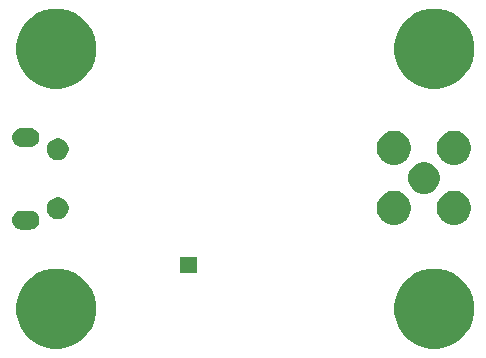
<source format=gbs>
G04 #@! TF.GenerationSoftware,KiCad,Pcbnew,(5.0.0)*
G04 #@! TF.CreationDate,2019-01-10T03:08:01-03:00*
G04 #@! TF.ProjectId,EstacionTerrena,4573746163696F6E54657272656E612E,rev?*
G04 #@! TF.SameCoordinates,Original*
G04 #@! TF.FileFunction,Soldermask,Bot*
G04 #@! TF.FilePolarity,Negative*
%FSLAX46Y46*%
G04 Gerber Fmt 4.6, Leading zero omitted, Abs format (unit mm)*
G04 Created by KiCad (PCBNEW (5.0.0)) date 01/10/19 03:08:01*
%MOMM*%
%LPD*%
G01*
G04 APERTURE LIST*
%ADD10C,0.100000*%
G04 APERTURE END LIST*
D10*
G36*
X4991743Y-22730660D02*
X5610503Y-22986958D01*
X6167377Y-23359050D01*
X6640950Y-23832623D01*
X7013042Y-24389497D01*
X7269340Y-25008257D01*
X7400000Y-25665128D01*
X7400000Y-26334872D01*
X7269340Y-26991743D01*
X7013042Y-27610503D01*
X6640950Y-28167377D01*
X6167377Y-28640950D01*
X5610503Y-29013042D01*
X4991743Y-29269340D01*
X4334872Y-29400000D01*
X3665128Y-29400000D01*
X3008257Y-29269340D01*
X2389497Y-29013042D01*
X1832623Y-28640950D01*
X1359050Y-28167377D01*
X986958Y-27610503D01*
X730660Y-26991743D01*
X600000Y-26334872D01*
X600000Y-25665128D01*
X730660Y-25008257D01*
X986958Y-24389497D01*
X1359050Y-23832623D01*
X1832623Y-23359050D01*
X2389497Y-22986958D01*
X3008257Y-22730660D01*
X3665128Y-22600000D01*
X4334872Y-22600000D01*
X4991743Y-22730660D01*
X4991743Y-22730660D01*
G37*
G36*
X36991743Y-22730660D02*
X37610503Y-22986958D01*
X38167377Y-23359050D01*
X38640950Y-23832623D01*
X39013042Y-24389497D01*
X39269340Y-25008257D01*
X39400000Y-25665128D01*
X39400000Y-26334872D01*
X39269340Y-26991743D01*
X39013042Y-27610503D01*
X38640950Y-28167377D01*
X38167377Y-28640950D01*
X37610503Y-29013042D01*
X36991743Y-29269340D01*
X36334872Y-29400000D01*
X35665128Y-29400000D01*
X35008257Y-29269340D01*
X34389497Y-29013042D01*
X33832623Y-28640950D01*
X33359050Y-28167377D01*
X32986958Y-27610503D01*
X32730660Y-26991743D01*
X32600000Y-26334872D01*
X32600000Y-25665128D01*
X32730660Y-25008257D01*
X32986958Y-24389497D01*
X33359050Y-23832623D01*
X33832623Y-23359050D01*
X34389497Y-22986958D01*
X35008257Y-22730660D01*
X35665128Y-22600000D01*
X36334872Y-22600000D01*
X36991743Y-22730660D01*
X36991743Y-22730660D01*
G37*
G36*
X15886000Y-22993000D02*
X14486000Y-22993000D01*
X14486000Y-21593000D01*
X15886000Y-21593000D01*
X15886000Y-22993000D01*
X15886000Y-22993000D01*
G37*
G36*
X1897149Y-17707717D02*
X1936327Y-17711576D01*
X2011727Y-17734448D01*
X2087129Y-17757321D01*
X2226108Y-17831608D01*
X2347922Y-17931578D01*
X2447892Y-18053392D01*
X2522179Y-18192371D01*
X2567924Y-18343174D01*
X2583370Y-18500000D01*
X2567924Y-18656826D01*
X2522179Y-18807629D01*
X2447892Y-18946608D01*
X2347922Y-19068422D01*
X2226108Y-19168392D01*
X2087129Y-19242679D01*
X2011728Y-19265551D01*
X1936327Y-19288424D01*
X1897149Y-19292283D01*
X1818795Y-19300000D01*
X1040205Y-19300000D01*
X961851Y-19292283D01*
X922673Y-19288424D01*
X847272Y-19265551D01*
X771871Y-19242679D01*
X632892Y-19168392D01*
X511078Y-19068422D01*
X411108Y-18946608D01*
X336821Y-18807629D01*
X291076Y-18656826D01*
X275630Y-18500000D01*
X291076Y-18343174D01*
X336821Y-18192371D01*
X411108Y-18053392D01*
X511078Y-17931578D01*
X632892Y-17831608D01*
X771871Y-17757321D01*
X847273Y-17734448D01*
X922673Y-17711576D01*
X961851Y-17707717D01*
X1040205Y-17700000D01*
X1818795Y-17700000D01*
X1897149Y-17707717D01*
X1897149Y-17707717D01*
G37*
G36*
X38102547Y-16073922D02*
X38366433Y-16183227D01*
X38603924Y-16341913D01*
X38805887Y-16543876D01*
X38964573Y-16781367D01*
X39073878Y-17045253D01*
X39129600Y-17325386D01*
X39129600Y-17611014D01*
X39073878Y-17891147D01*
X38964573Y-18155033D01*
X38805887Y-18392524D01*
X38603924Y-18594487D01*
X38366433Y-18753173D01*
X38102547Y-18862478D01*
X37822414Y-18918200D01*
X37536786Y-18918200D01*
X37256653Y-18862478D01*
X36992767Y-18753173D01*
X36755276Y-18594487D01*
X36553313Y-18392524D01*
X36394627Y-18155033D01*
X36285322Y-17891147D01*
X36229600Y-17611014D01*
X36229600Y-17325386D01*
X36285322Y-17045253D01*
X36394627Y-16781367D01*
X36553313Y-16543876D01*
X36755276Y-16341913D01*
X36992767Y-16183227D01*
X37256653Y-16073922D01*
X37536786Y-16018200D01*
X37822414Y-16018200D01*
X38102547Y-16073922D01*
X38102547Y-16073922D01*
G37*
G36*
X33022547Y-16073922D02*
X33286433Y-16183227D01*
X33523924Y-16341913D01*
X33725887Y-16543876D01*
X33884573Y-16781367D01*
X33993878Y-17045253D01*
X34049600Y-17325386D01*
X34049600Y-17611014D01*
X33993878Y-17891147D01*
X33884573Y-18155033D01*
X33725887Y-18392524D01*
X33523924Y-18594487D01*
X33286433Y-18753173D01*
X33022547Y-18862478D01*
X32742414Y-18918200D01*
X32456786Y-18918200D01*
X32176653Y-18862478D01*
X31912767Y-18753173D01*
X31675276Y-18594487D01*
X31473313Y-18392524D01*
X31314627Y-18155033D01*
X31205322Y-17891147D01*
X31149600Y-17611014D01*
X31149600Y-17325386D01*
X31205322Y-17045253D01*
X31314627Y-16781367D01*
X31473313Y-16543876D01*
X31675276Y-16341913D01*
X31912767Y-16183227D01*
X32176653Y-16073922D01*
X32456786Y-16018200D01*
X32742414Y-16018200D01*
X33022547Y-16073922D01*
X33022547Y-16073922D01*
G37*
G36*
X4399311Y-16610546D02*
X4399314Y-16610547D01*
X4399313Y-16610547D01*
X4567652Y-16680275D01*
X4567653Y-16680276D01*
X4719156Y-16781507D01*
X4847993Y-16910344D01*
X4847995Y-16910347D01*
X4949225Y-17061848D01*
X5003157Y-17192052D01*
X5018954Y-17230189D01*
X5054500Y-17408894D01*
X5054500Y-17591106D01*
X5018954Y-17769811D01*
X5018953Y-17769813D01*
X4949225Y-17938152D01*
X4849360Y-18087611D01*
X4847993Y-18089656D01*
X4719156Y-18218493D01*
X4719153Y-18218495D01*
X4567652Y-18319725D01*
X4437448Y-18373657D01*
X4399311Y-18389454D01*
X4220606Y-18425000D01*
X4038394Y-18425000D01*
X3859689Y-18389454D01*
X3821552Y-18373657D01*
X3691348Y-18319725D01*
X3539847Y-18218495D01*
X3539844Y-18218493D01*
X3411007Y-18089656D01*
X3409640Y-18087611D01*
X3309775Y-17938152D01*
X3240047Y-17769813D01*
X3240046Y-17769811D01*
X3204500Y-17591106D01*
X3204500Y-17408894D01*
X3240046Y-17230189D01*
X3255843Y-17192052D01*
X3309775Y-17061848D01*
X3411005Y-16910347D01*
X3411007Y-16910344D01*
X3539844Y-16781507D01*
X3691347Y-16680276D01*
X3691348Y-16680275D01*
X3859687Y-16610547D01*
X3859686Y-16610547D01*
X3859689Y-16610546D01*
X4038394Y-16575000D01*
X4220606Y-16575000D01*
X4399311Y-16610546D01*
X4399311Y-16610546D01*
G37*
G36*
X35533378Y-13630079D02*
X35779066Y-13731846D01*
X36000178Y-13879589D01*
X36188211Y-14067622D01*
X36335954Y-14288734D01*
X36437721Y-14534422D01*
X36489600Y-14795235D01*
X36489600Y-15061165D01*
X36437721Y-15321978D01*
X36335954Y-15567666D01*
X36188211Y-15788778D01*
X36000178Y-15976811D01*
X35779066Y-16124554D01*
X35533378Y-16226321D01*
X35272565Y-16278200D01*
X35006635Y-16278200D01*
X34745822Y-16226321D01*
X34500134Y-16124554D01*
X34279022Y-15976811D01*
X34090989Y-15788778D01*
X33943246Y-15567666D01*
X33841479Y-15321978D01*
X33789600Y-15061165D01*
X33789600Y-14795235D01*
X33841479Y-14534422D01*
X33943246Y-14288734D01*
X34090989Y-14067622D01*
X34279022Y-13879589D01*
X34500134Y-13731846D01*
X34745822Y-13630079D01*
X35006635Y-13578200D01*
X35272565Y-13578200D01*
X35533378Y-13630079D01*
X35533378Y-13630079D01*
G37*
G36*
X33022547Y-10993922D02*
X33286433Y-11103227D01*
X33523924Y-11261913D01*
X33725887Y-11463876D01*
X33884573Y-11701367D01*
X33993878Y-11965253D01*
X34049600Y-12245386D01*
X34049600Y-12531014D01*
X33993878Y-12811147D01*
X33884573Y-13075033D01*
X33725887Y-13312524D01*
X33523924Y-13514487D01*
X33286433Y-13673173D01*
X33022547Y-13782478D01*
X32742414Y-13838200D01*
X32456786Y-13838200D01*
X32176653Y-13782478D01*
X31912767Y-13673173D01*
X31675276Y-13514487D01*
X31473313Y-13312524D01*
X31314627Y-13075033D01*
X31205322Y-12811147D01*
X31149600Y-12531014D01*
X31149600Y-12245386D01*
X31205322Y-11965253D01*
X31314627Y-11701367D01*
X31473313Y-11463876D01*
X31675276Y-11261913D01*
X31912767Y-11103227D01*
X32176653Y-10993922D01*
X32456786Y-10938200D01*
X32742414Y-10938200D01*
X33022547Y-10993922D01*
X33022547Y-10993922D01*
G37*
G36*
X38102547Y-10993922D02*
X38366433Y-11103227D01*
X38603924Y-11261913D01*
X38805887Y-11463876D01*
X38964573Y-11701367D01*
X39073878Y-11965253D01*
X39129600Y-12245386D01*
X39129600Y-12531014D01*
X39073878Y-12811147D01*
X38964573Y-13075033D01*
X38805887Y-13312524D01*
X38603924Y-13514487D01*
X38366433Y-13673173D01*
X38102547Y-13782478D01*
X37822414Y-13838200D01*
X37536786Y-13838200D01*
X37256653Y-13782478D01*
X36992767Y-13673173D01*
X36755276Y-13514487D01*
X36553313Y-13312524D01*
X36394627Y-13075033D01*
X36285322Y-12811147D01*
X36229600Y-12531014D01*
X36229600Y-12245386D01*
X36285322Y-11965253D01*
X36394627Y-11701367D01*
X36553313Y-11463876D01*
X36755276Y-11261913D01*
X36992767Y-11103227D01*
X37256653Y-10993922D01*
X37536786Y-10938200D01*
X37822414Y-10938200D01*
X38102547Y-10993922D01*
X38102547Y-10993922D01*
G37*
G36*
X4399311Y-11610546D02*
X4399314Y-11610547D01*
X4399313Y-11610547D01*
X4567652Y-11680275D01*
X4567653Y-11680276D01*
X4719156Y-11781507D01*
X4847993Y-11910344D01*
X4847995Y-11910347D01*
X4949225Y-12061848D01*
X4993357Y-12168392D01*
X5018954Y-12230189D01*
X5054500Y-12408894D01*
X5054500Y-12591106D01*
X5018954Y-12769811D01*
X5018953Y-12769813D01*
X4949225Y-12938152D01*
X4949224Y-12938153D01*
X4847993Y-13089656D01*
X4719156Y-13218493D01*
X4719153Y-13218495D01*
X4567652Y-13319725D01*
X4437448Y-13373657D01*
X4399311Y-13389454D01*
X4220606Y-13425000D01*
X4038394Y-13425000D01*
X3859689Y-13389454D01*
X3821552Y-13373657D01*
X3691348Y-13319725D01*
X3539847Y-13218495D01*
X3539844Y-13218493D01*
X3411007Y-13089656D01*
X3309776Y-12938153D01*
X3309775Y-12938152D01*
X3240047Y-12769813D01*
X3240046Y-12769811D01*
X3204500Y-12591106D01*
X3204500Y-12408894D01*
X3240046Y-12230189D01*
X3265643Y-12168392D01*
X3309775Y-12061848D01*
X3411005Y-11910347D01*
X3411007Y-11910344D01*
X3539844Y-11781507D01*
X3691347Y-11680276D01*
X3691348Y-11680275D01*
X3859687Y-11610547D01*
X3859686Y-11610547D01*
X3859689Y-11610546D01*
X4038394Y-11575000D01*
X4220606Y-11575000D01*
X4399311Y-11610546D01*
X4399311Y-11610546D01*
G37*
G36*
X1897149Y-10707717D02*
X1936327Y-10711576D01*
X2011728Y-10734449D01*
X2087129Y-10757321D01*
X2226108Y-10831608D01*
X2347922Y-10931578D01*
X2447892Y-11053392D01*
X2522179Y-11192371D01*
X2567924Y-11343174D01*
X2583370Y-11500000D01*
X2567924Y-11656826D01*
X2522179Y-11807629D01*
X2447892Y-11946608D01*
X2347922Y-12068422D01*
X2226108Y-12168392D01*
X2087129Y-12242679D01*
X2011727Y-12265552D01*
X1936327Y-12288424D01*
X1897149Y-12292283D01*
X1818795Y-12300000D01*
X1040205Y-12300000D01*
X961851Y-12292283D01*
X922673Y-12288424D01*
X847273Y-12265552D01*
X771871Y-12242679D01*
X632892Y-12168392D01*
X511078Y-12068422D01*
X411108Y-11946608D01*
X336821Y-11807629D01*
X291076Y-11656826D01*
X275630Y-11500000D01*
X291076Y-11343174D01*
X336821Y-11192371D01*
X411108Y-11053392D01*
X511078Y-10931578D01*
X632892Y-10831608D01*
X771871Y-10757321D01*
X847272Y-10734449D01*
X922673Y-10711576D01*
X961851Y-10707717D01*
X1040205Y-10700000D01*
X1818795Y-10700000D01*
X1897149Y-10707717D01*
X1897149Y-10707717D01*
G37*
G36*
X36991743Y-730660D02*
X37610503Y-986958D01*
X38167377Y-1359050D01*
X38640950Y-1832623D01*
X39013042Y-2389497D01*
X39269340Y-3008257D01*
X39400000Y-3665128D01*
X39400000Y-4334872D01*
X39269340Y-4991743D01*
X39013042Y-5610503D01*
X38640950Y-6167377D01*
X38167377Y-6640950D01*
X37610503Y-7013042D01*
X36991743Y-7269340D01*
X36334872Y-7400000D01*
X35665128Y-7400000D01*
X35008257Y-7269340D01*
X34389497Y-7013042D01*
X33832623Y-6640950D01*
X33359050Y-6167377D01*
X32986958Y-5610503D01*
X32730660Y-4991743D01*
X32600000Y-4334872D01*
X32600000Y-3665128D01*
X32730660Y-3008257D01*
X32986958Y-2389497D01*
X33359050Y-1832623D01*
X33832623Y-1359050D01*
X34389497Y-986958D01*
X35008257Y-730660D01*
X35665128Y-600000D01*
X36334872Y-600000D01*
X36991743Y-730660D01*
X36991743Y-730660D01*
G37*
G36*
X4991743Y-730660D02*
X5610503Y-986958D01*
X6167377Y-1359050D01*
X6640950Y-1832623D01*
X7013042Y-2389497D01*
X7269340Y-3008257D01*
X7400000Y-3665128D01*
X7400000Y-4334872D01*
X7269340Y-4991743D01*
X7013042Y-5610503D01*
X6640950Y-6167377D01*
X6167377Y-6640950D01*
X5610503Y-7013042D01*
X4991743Y-7269340D01*
X4334872Y-7400000D01*
X3665128Y-7400000D01*
X3008257Y-7269340D01*
X2389497Y-7013042D01*
X1832623Y-6640950D01*
X1359050Y-6167377D01*
X986958Y-5610503D01*
X730660Y-4991743D01*
X600000Y-4334872D01*
X600000Y-3665128D01*
X730660Y-3008257D01*
X986958Y-2389497D01*
X1359050Y-1832623D01*
X1832623Y-1359050D01*
X2389497Y-986958D01*
X3008257Y-730660D01*
X3665128Y-600000D01*
X4334872Y-600000D01*
X4991743Y-730660D01*
X4991743Y-730660D01*
G37*
M02*

</source>
